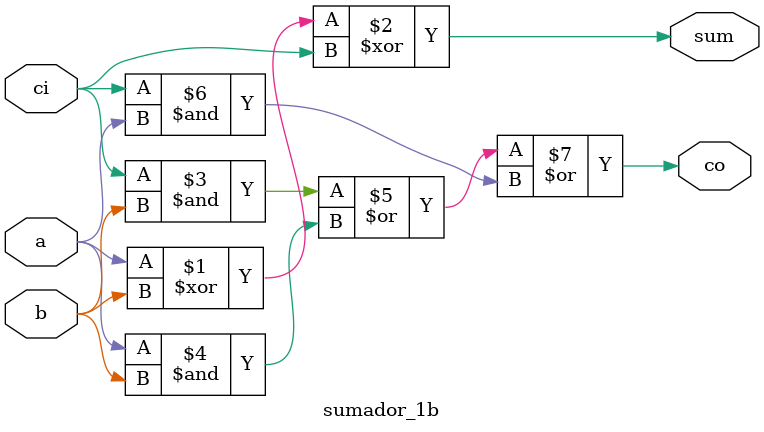
<source format=sv>
module sumador_1b  (input logic  a, b, ci,
							output logic sum, co);
assign sum = (a ^ b) ^ ci;										 
assign co = (ci & b) | (a & b) | (ci & a);

endmodule 
</source>
